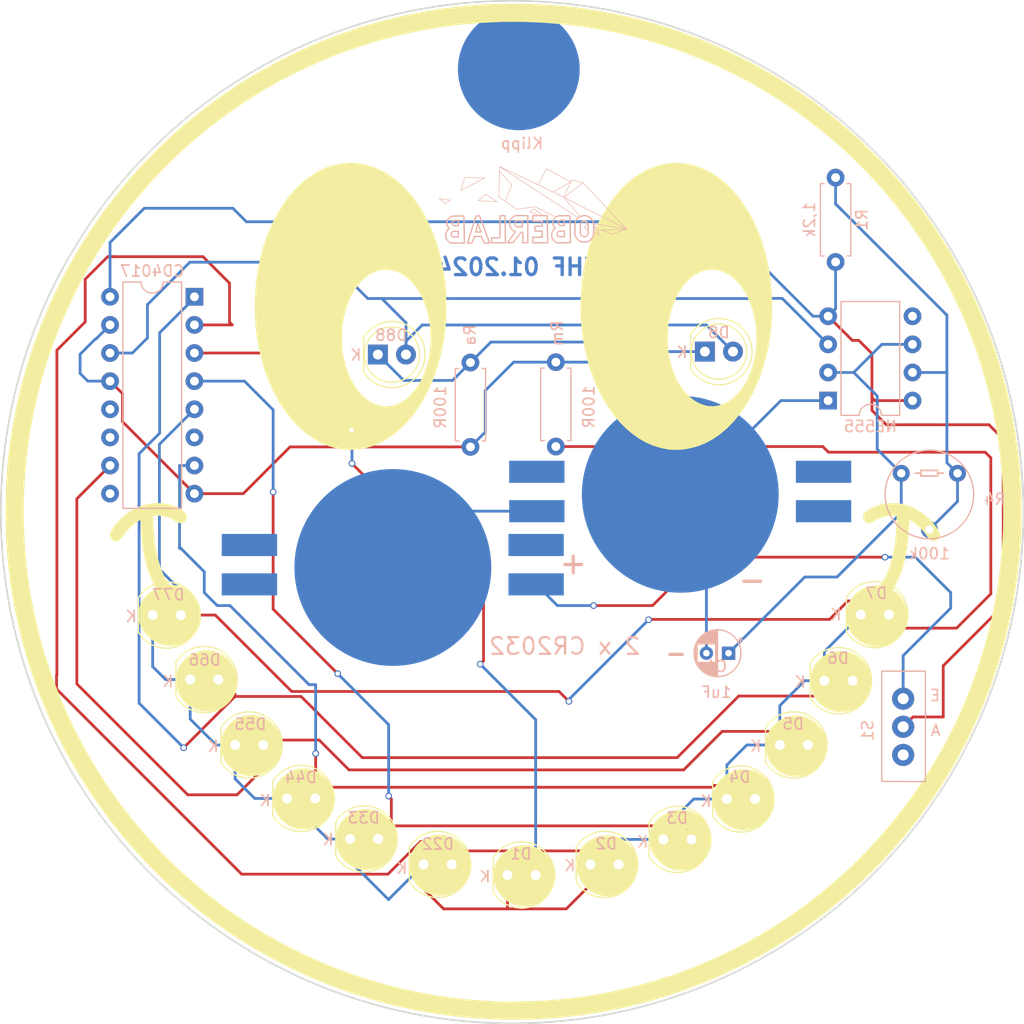
<source format=kicad_pcb>
(kicad_pcb (version 20221018) (generator pcbnew)
  (layers (0 "F.Cu" signal) (31 "B.Cu" signal) (34 "B.Paste" user) (35 "F.Paste" user) (36 "B.SilkS" user "B.Silkscreen") (37 "F.SilkS" user "F.Silkscreen") (38 "B.Mask" user) (39 "F.Mask" user) (44 "Edge.Cuts" user))
  (net 0 "")
  (net 1 "Net-(C1-Pad1)")
  (net 2 "Net-(C1-Pad2)")
  (net 3 "Net-(C2-Pad1)")
  (net 4 "Net-(C3-Pad1)")
  (net 5 "Net-(D1-Pad2)")
  (net 6 "Net-(D2-Pad2)")
  (net 7 "Net-(D2-Pad1)")
  (net 8 "Net-(D3-Pad2)")
  (net 9 "Net-(D4-Pad2)")
  (net 10 "Net-(D5-Pad2)")
  (net 11 "Net-(D6-Pad2)")
  (net 12 "Net-(D7-Pad2)")
  (net 13 "Net-(D8-Pad1)")
  (net 14 "Net-(S1-Pad1)")
  (net 15 "Net-(S1-Pad3)")
  (net 16 "Net-(U2-Pad3)")
  (net 17 "Net-(U3-Pad9)")
  (net 18 "Net-(U3-Pad11)")
  (net 19 "Net-(U3-Pad12)")
  (net 20 "Net-(U3-Pad6)")
  (net 21 "Net-(P1-Pad1)")
  (footprint "LED_THT:LED_D5.0mm" (layer "F.Cu") (at 156.8586 122.1391)
    (fp_text reference "D1" (at 1.2 -1.91) (layer "B.SilkS") (effects (justify mirror)))
    (fp_text value "LED")
    (pad "1" thru_hole rect (at 0 0) (size 1.8 1.8) (drill 0.9) (layers "*.Cu" "*.Mask") (net 7 "Net-(D2-Pad1)"))
    (pad "2" thru_hole circle (at 2.54 0) (size 1.8 1.8) (drill 0.9) (layers "*.Cu" "*.Mask") (net 5 "Net-(D1-Pad2)"))
  )
  (footprint "LED_THT:LED_D5.0mm" (layer "F.Cu") (at 164.3486 121.1891)
    (fp_text reference "D2" (at 1.42 -1.88) (layer "B.SilkS") (effects (justify mirror)))
    (fp_text value "LED")
    (pad "1" thru_hole rect (at 0 0) (size 1.8 1.8) (drill 0.9) (layers "*.Cu" "*.Mask") (net 7 "Net-(D2-Pad1)"))
    (pad "2" thru_hole circle (at 2.54 0) (size 1.8 1.8) (drill 0.9) (layers "*.Cu" "*.Mask") (net 6 "Net-(D2-Pad2)"))
  )
  (footprint "LED_THT:LED_D5.0mm" (layer "F.Cu") (at 170.9386 118.9291)
    (fp_text reference "D3" (at 1.24 -1.93) (layer "B.SilkS") (effects (justify mirror)))
    (fp_text value "LED")
    (pad "1" thru_hole rect (at 0 0) (size 1.8 1.8) (drill 0.9) (layers "*.Cu" "*.Mask") (net 7 "Net-(D2-Pad1)"))
    (pad "2" thru_hole circle (at 2.54 0) (size 1.8 1.8) (drill 0.9) (layers "*.Cu" "*.Mask") (net 8 "Net-(D3-Pad2)"))
  )
  (footprint "LED_THT:LED_D5.0mm" (layer "F.Cu") (at 176.6686 115.2791)
    (fp_text reference "D4" (at 1.15 -1.99) (layer "B.SilkS") (effects (justify mirror)))
    (fp_text value "LED")
    (pad "1" thru_hole rect (at 0 0) (size 1.8 1.8) (drill 0.9) (layers "*.Cu" "*.Mask") (net 7 "Net-(D2-Pad1)"))
    (pad "2" thru_hole circle (at 2.54 0) (size 1.8 1.8) (drill 0.9) (layers "*.Cu" "*.Mask") (net 9 "Net-(D4-Pad2)"))
  )
  (footprint "LED_THT:LED_D5.0mm" (layer "F.Cu") (at 181.4486 110.3991)
    (fp_text reference "D5" (at 1.21 -1.9) (layer "B.SilkS") (effects (justify mirror)))
    (fp_text value "LED")
    (pad "1" thru_hole rect (at 0 0) (size 1.8 1.8) (drill 0.9) (layers "*.Cu" "*.Mask") (net 7 "Net-(D2-Pad1)"))
    (pad "2" thru_hole circle (at 2.54 0) (size 1.8 1.8) (drill 0.9) (layers "*.Cu" "*.Mask") (net 10 "Net-(D5-Pad2)"))
  )
  (footprint "LED_THT:LED_D5.0mm" (layer "F.Cu") (at 185.4766 104.5921)
    (fp_text reference "D6" (at 1.232 -2.033) (layer "B.SilkS") (effects (justify mirror)))
    (fp_text value "LED")
    (pad "1" thru_hole rect (at 0 0) (size 1.8 1.8) (drill 0.9) (layers "*.Cu" "*.Mask") (net 7 "Net-(D2-Pad1)"))
    (pad "2" thru_hole circle (at 2.54 0) (size 1.8 1.8) (drill 0.9) (layers "*.Cu" "*.Mask") (net 11 "Net-(D6-Pad2)"))
  )
  (footprint "LED_THT:LED_D5.0mm" (layer "F.Cu") (at 188.7586 98.6231)
    (fp_text reference "D7" (at 1.41 -1.924) (layer "B.SilkS") (effects (justify mirror)))
    (fp_text value "LED")
    (pad "1" thru_hole rect (at 0 0) (size 1.8 1.8) (drill 0.9) (layers "*.Cu" "*.Mask") (net 7 "Net-(D2-Pad1)"))
    (pad "2" thru_hole circle (at 2.54 0) (size 1.8 1.8) (drill 0.9) (layers "*.Cu" "*.Mask") (net 12 "Net-(D7-Pad2)"))
  )
  (footprint "LED_THT:LED_D5.0mm" (layer "F.Cu") (at 174.6816 74.8741)
    (fp_text reference "D8" (at 1.257 -1.735) (layer "B.SilkS") (effects (justify mirror)))
    (fp_text value "LED")
    (pad "1" thru_hole rect (at 0 0) (size 1.8 1.8) (drill 0.9) (layers "*.Cu" "*.Mask") (net 13 "Net-(D8-Pad1)"))
    (pad "2" thru_hole circle (at 2.54 0) (size 1.8 1.8) (drill 0.9) (layers "*.Cu" "*.Mask") (net 16 "Net-(U2-Pad3)"))
  )
  (footprint "LED_THT:LED_D5.0mm" (layer "F.Cu") (at 149.2786 121.1891)
    (fp_text reference "D22" (at 1.3 -1.85) (layer "B.SilkS") (effects (justify mirror)))
    (fp_text value "LED")
    (pad "1" thru_hole rect (at 0 0) (size 1.8 1.8) (drill 0.9) (layers "*.Cu" "*.Mask") (net 7 "Net-(D2-Pad1)"))
    (pad "2" thru_hole circle (at 2.54 0) (size 1.8 1.8) (drill 0.9) (layers "*.Cu" "*.Mask") (net 6 "Net-(D2-Pad2)"))
  )
  (footprint "LED_THT:LED_D5.0mm" (layer "F.Cu") (at 142.6386 118.8891)
    (fp_text reference "D33" (at 1.23 -1.92) (layer "B.SilkS") (effects (justify mirror)))
    (fp_text value "LED")
    (pad "1" thru_hole rect (at 0 0) (size 1.8 1.8) (drill 0.9) (layers "*.Cu" "*.Mask") (net 7 "Net-(D2-Pad1)"))
    (pad "2" thru_hole circle (at 2.54 0) (size 1.8 1.8) (drill 0.9) (layers "*.Cu" "*.Mask") (net 8 "Net-(D3-Pad2)"))
  )
  (footprint "LED_THT:LED_D5.0mm" (layer "F.Cu") (at 136.9486 115.2291)
    (fp_text reference "D44" (at 1.24 -1.91) (layer "B.SilkS") (effects (justify mirror)))
    (fp_text value "LED")
    (pad "1" thru_hole rect (at 0 0) (size 1.8 1.8) (drill 0.9) (layers "*.Cu" "*.Mask") (net 7 "Net-(D2-Pad1)"))
    (pad "2" thru_hole circle (at 2.54 0) (size 1.8 1.8) (drill 0.9) (layers "*.Cu" "*.Mask") (net 9 "Net-(D4-Pad2)"))
  )
  (footprint "LED_THT:LED_D5.0mm" (layer "F.Cu") (at 132.2586 110.3991)
    (fp_text reference "D55" (at 1.37 -1.88) (layer "B.SilkS") (effects (justify mirror)))
    (fp_text value "LED")
    (pad "1" thru_hole rect (at 0 0) (size 1.8 1.8) (drill 0.9) (layers "*.Cu" "*.Mask") (net 7 "Net-(D2-Pad1)"))
    (pad "2" thru_hole circle (at 2.54 0) (size 1.8 1.8) (drill 0.9) (layers "*.Cu" "*.Mask") (net 10 "Net-(D5-Pad2)"))
  )
  (footprint "LED_THT:LED_D5.0mm" (layer "F.Cu") (at 128.1986 104.4891)
    (fp_text reference "D66" (at 1.31 -1.77) (layer "B.SilkS") (effects (justify mirror)))
    (fp_text value "LED")
    (pad "1" thru_hole rect (at 0 0) (size 1.8 1.8) (drill 0.9) (layers "*.Cu" "*.Mask") (net 7 "Net-(D2-Pad1)"))
    (pad "2" thru_hole circle (at 2.54 0) (size 1.8 1.8) (drill 0.9) (layers "*.Cu" "*.Mask") (net 11 "Net-(D6-Pad2)"))
  )
  (footprint "LED_THT:LED_D5.0mm" (layer "F.Cu") (at 124.8086 98.6691)
    (fp_text reference "D77" (at 1.43 -1.84) (layer "B.SilkS") (effects (justify mirror)))
    (fp_text value "LED")
    (pad "1" thru_hole rect (at 0 0) (size 1.8 1.8) (drill 0.9) (layers "*.Cu" "*.Mask") (net 7 "Net-(D2-Pad1)"))
    (pad "2" thru_hole circle (at 2.54 0) (size 1.8 1.8) (drill 0.9) (layers "*.Cu" "*.Mask") (net 12 "Net-(D7-Pad2)"))
  )
  (footprint "LED_THT:LED_D5.0mm" (layer "F.Cu") (at 145.1486 75.1391)
    (fp_text reference "D88" (at 1.205 -1.749) (layer "B.SilkS") (effects (justify mirror)))
    (fp_text value "LED")
    (pad "1" thru_hole rect (at 0 0) (size 1.8 1.8) (drill 0.9) (layers "*.Cu" "*.Mask") (net 13 "Net-(D8-Pad1)"))
    (pad "2" thru_hole circle (at 2.54 0) (size 1.8 1.8) (drill 0.9) (layers "*.Cu" "*.Mask") (net 16 "Net-(U2-Pad3)"))
  )
  (footprint "LOGO" (layer "F.Cu") (at 156.2086 90.3191)
    (fp_text reference "G***" hide)
    (fp_text value "LOGO" hide)
  )
  (footprint "!Goody:ob-logo_B.SilkS" (layer "F.Cu") (at 164.465 78.994)
    (fp_text reference "G***" hide)
    (fp_text value "LOGO" hide)
  )
  (footprint "Capacitor_THT:CP_Radial_D4.0mm_P2.00mm" (layer "B.Cu") (at 176.82 102.11 180)
    (fp_text reference "C1" (at 1.1 -1.19) (layer "B.SilkS") (effects (justify mirror)))
    (fp_text value "1uF" (at 1.1 -3.53) (layer "B.SilkS") (effects (justify mirror)))
    (pad "1" thru_hole rect (at 0 0 180) (size 1.2 1.2) (drill 0.6) (layers "*.Cu" "*.Mask") (net 1 "Net-(C1-Pad1)"))
    (pad "2" thru_hole circle (at 2 0 180) (size 1.2 1.2) (drill 0.6) (layers "*.Cu" "*.Mask") (net 2 "Net-(C1-Pad2)"))
  )
  (footprint "Resistor_THT:R_Axial_DIN0207_L6.3mm_D2.5mm_P7.62mm_Horizontal" (layer "B.Cu") (at 186.4868 66.7766 90)
    (fp_text reference "R1" (at 3.81 2.37 90) (layer "B.SilkS") (effects (justify mirror)))
    (fp_text value "1,2k" (at 3.81 -2.37 90) (layer "B.SilkS") (effects (justify mirror)))
    (pad "1" thru_hole circle (at 0 0 90) (size 1.6 1.6) (drill 0.8) (layers "*.Cu" "*.Mask") (net 4 "Net-(C3-Pad1)"))
    (pad "2" thru_hole oval (at 7.62 0 90) (size 1.6 1.6) (drill 0.8) (layers "*.Cu" "*.Mask") (net 21 "Net-(P1-Pad1)"))
  )
  (footprint "Resistor_THT:R_Axial_DIN0207_L6.3mm_D2.5mm_P7.62mm_Horizontal" (layer "B.Cu") (at 153.5086 75.8591 -90)
    (fp_text reference "Ra" (at -2.48 0.05 90) (layer "B.SilkS") (effects (justify mirror)))
    (fp_text value "100R" (at 4.0366 2.7215 90) (layer "B.SilkS") (effects (justify mirror)))
    (pad "1" thru_hole circle (at 0 0 270) (size 1.6 1.6) (drill 0.8) (layers "*.Cu" "*.Mask") (net 13 "Net-(D8-Pad1)"))
    (pad "2" thru_hole oval (at 7.62 0 270) (size 1.6 1.6) (drill 0.8) (layers "*.Cu" "*.Mask") (net 2 "Net-(C1-Pad2)"))
  )
  (footprint "Resistor_THT:R_Axial_DIN0207_L6.3mm_D2.5mm_P7.62mm_Horizontal" (layer "B.Cu") (at 161.2196 83.4466 90)
    (fp_text reference "Rm" (at 10.2235 0.127 90) (layer "B.SilkS") (effects (justify mirror)))
    (fp_text value "100R" (at 3.5763 2.9787 90) (layer "B.SilkS") (effects (justify mirror)))
    (pad "1" thru_hole circle (at 0 0 90) (size 1.6 1.6) (drill 0.8) (layers "*.Cu" "*.Mask") (net 7 "Net-(D2-Pad1)"))
    (pad "2" thru_hole oval (at 7.62 0 90) (size 1.6 1.6) (drill 0.8) (layers "*.Cu" "*.Mask") (net 2 "Net-(C1-Pad2)"))
  )
  (footprint "KHF_LIB:Micro_SchalterKHF" (layer "B.Cu") (at 192.5886 111.2991 90)
    (fp_text reference "S1" (at 2.2061 -3.2062 90) (layer "B.SilkS") (effects (justify mirror)))
    (fp_text value "Micro_Schalter")
    (pad "1" thru_hole circle (at 0 0 90) (size 2 2) (drill 1) (layers "*.Cu" "*.Mask") (net 14 "Net-(S1-Pad1)"))
    (pad "2" thru_hole circle (at 2.54 0 90) (size 2 2) (drill 1) (layers "*.Cu" "*.Mask") (net 4 "Net-(C3-Pad1)"))
    (pad "3" thru_hole circle (at 5.08 0 90) (size 2 2) (drill 1) (layers "*.Cu" "*.Mask") (net 15 "Net-(S1-Pad3)"))
  )
  (footprint "Package_DIP:DIP-8_W7.62mm" (layer "B.Cu") (at 185.8137 79.2988)
    (fp_text reference "NE555" (at 3.81 2.33) (layer "B.SilkS") (effects (justify mirror)))
    (fp_text value "NE555P")
    (pad "1" thru_hole rect (at 0 0) (size 1.6 1.6) (drill 0.8) (layers "*.Cu" "*.Mask") (net 2 "Net-(C1-Pad2)"))
    (pad "2" thru_hole oval (at 0 -2.54) (size 1.6 1.6) (drill 0.8) (layers "*.Cu" "*.Mask") (net 1 "Net-(C1-Pad1)"))
    (pad "3" thru_hole oval (at 0 -5.08) (size 1.6 1.6) (drill 0.8) (layers "*.Cu" "*.Mask") (net 16 "Net-(U2-Pad3)"))
    (pad "4" thru_hole oval (at 0 -7.62) (size 1.6 1.6) (drill 0.8) (layers "*.Cu" "*.Mask") (net 4 "Net-(C3-Pad1)"))
    (pad "5" thru_hole oval (at 7.62 -7.62) (size 1.6 1.6) (drill 0.8) (layers "*.Cu" "*.Mask") (net 3 "Net-(C2-Pad1)"))
    (pad "6" thru_hole oval (at 7.62 -5.08) (size 1.6 1.6) (drill 0.8) (layers "*.Cu" "*.Mask") (net 1 "Net-(C1-Pad1)"))
    (pad "7" thru_hole oval (at 7.62 -2.54) (size 1.6 1.6) (drill 0.8) (layers "*.Cu" "*.Mask") (net 21 "Net-(P1-Pad1)"))
    (pad "8" thru_hole oval (at 7.62 0) (size 1.6 1.6) (drill 0.8) (layers "*.Cu" "*.Mask") (net 4 "Net-(C3-Pad1)"))
  )
  (footprint "Package_DIP:DIP-16_W7.62mm" (layer "B.Cu") (at 128.5806 69.9211 180)
    (fp_text reference "CD4017" (at 3.81 2.33) (layer "B.SilkS") (effects (justify mirror)))
    (fp_text value "4017")
    (pad "1" thru_hole rect (at 0 0 180) (size 1.6 1.6) (drill 0.8) (layers "*.Cu" "*.Mask") (net 11 "Net-(D6-Pad2)"))
    (pad "2" thru_hole oval (at 0 -2.54 180) (size 1.6 1.6) (drill 0.8) (layers "*.Cu" "*.Mask") (net 6 "Net-(D2-Pad2)"))
    (pad "3" thru_hole oval (at 0 -5.08 180) (size 1.6 1.6) (drill 0.8) (layers "*.Cu" "*.Mask") (net 5 "Net-(D1-Pad2)"))
    (pad "4" thru_hole oval (at 0 -7.62 180) (size 1.6 1.6) (drill 0.8) (layers "*.Cu" "*.Mask") (net 8 "Net-(D3-Pad2)"))
    (pad "5" thru_hole oval (at 0 -10.16 180) (size 1.6 1.6) (drill 0.8) (layers "*.Cu" "*.Mask") (net 12 "Net-(D7-Pad2)"))
    (pad "6" thru_hole oval (at 0 -12.7 180) (size 1.6 1.6) (drill 0.8) (layers "*.Cu" "*.Mask") (net 20 "Net-(U3-Pad6)"))
    (pad "7" thru_hole oval (at 0 -15.24 180) (size 1.6 1.6) (drill 0.8) (layers "*.Cu" "*.Mask") (net 9 "Net-(D4-Pad2)"))
    (pad "8" thru_hole oval (at 0 -17.78 180) (size 1.6 1.6) (drill 0.8) (layers "*.Cu" "*.Mask") (net 2 "Net-(C1-Pad2)"))
    (pad "9" thru_hole oval (at 7.62 -17.78 180) (size 1.6 1.6) (drill 0.8) (layers "*.Cu" "*.Mask") (net 17 "Net-(U3-Pad9)"))
    (pad "10" thru_hole oval (at 7.62 -15.24 180) (size 1.6 1.6) (drill 0.8) (layers "*.Cu" "*.Mask") (net 10 "Net-(D5-Pad2)"))
    (pad "11" thru_hole oval (at 7.62 -12.7 180) (size 1.6 1.6) (drill 0.8) (layers "*.Cu" "*.Mask") (net 18 "Net-(U3-Pad11)"))
    (pad "12" thru_hole oval (at 7.62 -10.16 180) (size 1.6 1.6) (drill 0.8) (layers "*.Cu" "*.Mask") (net 19 "Net-(U3-Pad12)"))
    (pad "13" thru_hole oval (at 7.62 -7.62 180) (size 1.6 1.6) (drill 0.8) (layers "*.Cu" "*.Mask") (net 2 "Net-(C1-Pad2)"))
    (pad "14" thru_hole oval (at 7.62 -5.08 180) (size 1.6 1.6) (drill 0.8) (layers "*.Cu" "*.Mask") (net 16 "Net-(U2-Pad3)"))
    (pad "15" thru_hole oval (at 7.62 -2.54 180) (size 1.6 1.6) (drill 0.8) (layers "*.Cu" "*.Mask") (net 2 "Net-(C1-Pad2)"))
    (pad "16" thru_hole oval (at 7.62 0 180) (size 1.6 1.6) (drill 0.8) (layers "*.Cu" "*.Mask") (net 4 "Net-(C3-Pad1)"))
  )
  (footprint "!Goody:Lötklipp" (layer "B.Cu") (at 157.8786 49.3791)
    (fp_text reference "LP")
    (fp_text value "Klipp" (at 0.2872 6.6914) (layer "B.SilkS") (effects (justify mirror)))
    (pad "1" smd circle (at 0 0) (size 11 11) (layers "B.Cu" "B.Paste" "B.Mask"))
  )
  (footprint "!Goody:Mini-Poti" (layer "B.Cu") (at 194.9577 83.3247 180)
    (fp_text reference "REF**")
    (fp_text value "Mini-Poti")
    (pad "1" thru_hole circle (at -2.54 -2.54 180) (size 1.524 1.524) (drill 0.762) (layers "*.Cu" "*.Mask") (net 21 "Net-(P1-Pad1)"))
    (pad "2" thru_hole circle (at 2.54 -2.54 180) (size 1.524 1.524) (drill 0.762) (layers "*.Cu" "*.Mask") (net 1 "Net-(C1-Pad1)"))
    (pad "3" thru_hole circle (at 0 -7.62 180) (size 1.524 1.524) (drill 0.762) (layers "*.Cu" "*.Mask") (net 21 "Net-(P1-Pad1)"))
  )
  (footprint "!Goody:BAT-HLD-SMD-Blech" (layer "B.Cu") (at 146.5 94.37)
    (fp_text reference "BAT-HLD-002")
    (fp_text value "VAL**")
    (pad "1" smd rect (at -12.954 -2.032) (size 5 2) (layers "B.Cu" "B.Paste" "B.Mask"))
    (pad "1" smd rect (at -12.954 1.524) (size 5 2) (layers "B.Cu" "B.Paste" "B.Mask"))
    (pad "1" smd rect (at 12.94 -2.032) (size 5 2) (layers "B.Cu" "B.Paste" "B.Mask"))
    (pad "1" smd rect (at 12.94 1.524) (size 5 2) (layers "B.Cu" "B.Paste" "B.Mask") (net 15 "Net-(S1-Pad3)"))
    (pad "2" smd circle (at 0 0) (size 17.78 17.78) (layers "B.Cu" "B.Paste" "B.Mask") (net 1 "Net-(C1-Pad1)"))
  )
  (footprint "!Goody:BAT-HLD-SMD-Blech" (layer "B.Cu") (at 172.46 87.76)
    (fp_text reference "BAT-HLD-002")
    (fp_text value "VAL**")
    (pad "1" smd rect (at -12.954 -2.032) (size 5 2) (layers "B.Cu" "B.Paste" "B.Mask"))
    (pad "1" smd rect (at -12.954 1.524) (size 5 2) (layers "B.Cu" "B.Paste" "B.Mask") (net 1 "Net-(C1-Pad1)"))
    (pad "1" smd rect (at 12.94 -2.032) (size 5 2) (layers "B.Cu" "B.Paste" "B.Mask"))
    (pad "1" smd rect (at 12.94 1.524) (size 5 2) (layers "B.Cu" "B.Paste" "B.Mask"))
    (pad "2" smd circle (at 0 0) (size 17.78 17.78) (layers "B.Cu" "B.Paste" "B.Mask") (net 2 "Net-(C1-Pad2)"))
  )
  (gr_line (start 194.183 86.106) (end 194.183 85.598) (stroke (width 0.15)) (layer "B.SilkS"))
  (gr_line (start 195.707 85.598) (end 195.707 86.106) (stroke (width 0.15)) (layer "B.SilkS"))
  (gr_line (start 194.183 85.598) (end 195.707 85.598) (stroke (width 0.15)) (layer "B.SilkS"))
  (gr_line (start 195.707 85.852) (end 196.215 85.852) (stroke (width 0.15)) (layer "B.SilkS"))
  (gr_line (start 195.707 86.106) (end 194.183 86.106) (stroke (width 0.15)) (layer "B.SilkS"))
  (gr_line (start 194.183 85.852) (end 193.675 85.852) (stroke (width 0.15)) (layer "B.SilkS"))
  (gr_circle (center 157.272267 89.3691) (end 117.902267 65.2391) (stroke (width 0.15)) (fill none) (layer "Edge.Cuts"))
  (gr_text "KHF 01.2024" (at 165.42 68.116) (layer "B.Cu") (effects (font (size 1.5 1.5) (thickness 0.3) bold) (justify left bottom mirror)))
  (gr_text "K" (at 172.6186 74.9291) (layer "B.SilkS") (effects (font (size 1 1)) (justify mirror)))
  (gr_text "-\n" (at 178.95 95.46) (layer "B.SilkS") (effects (font (size 2 2) (thickness 0.3)) (justify mirror)))
  (gr_text "E" (at 195.4657 105.9307) (layer "B.SilkS") (effects (font (size 1 1)) (justify mirror)))
  (gr_text "K" (at 134.9586 115.4291) (layer "B.SilkS") (effects (font (size 1 1)) (justify mirror)))
  (gr_text "K" (at 140.6586 118.9491) (layer "B.SilkS") (effects (font (size 1 1)) (justify mirror)))
  (gr_text "K" (at 162.4786 121.2891) (layer "B.SilkS") (effects (font (size 1 1)) (justify mirror)))
  (gr_text "+" (at 162.79 93.95) (layer "B.SilkS") (effects (font (size 2 2) (thickness 0.3)) (justify mirror)))
  (gr_text "K" (at 126.1786 104.6691) (layer "B.SilkS") (effects (font (size 1 1)) (justify mirror)))
  (gr_text "2 x CR2032" (at 162.02 101.48) (layer "B.SilkS") (effects (font (size 1.5 1.5) (thickness 0.2)) (justify mirror)))
  (gr_text "K" (at 183.2886 104.7091) (layer "B.SilkS") (effects (font (size 1 1)) (justify mirror)))
  (gr_text "K" (at 122.8686 98.7891) (layer "B.SilkS") (effects (font (size 1 1)) (justify mirror)))
  (gr_text "R4" (at 200.8759 88.2015) (layer "B.SilkS") (effects (font (size 1 1)) (justify mirror)))
  (gr_text "K" (at 154.8186 122.2891) (layer "B.SilkS") (effects (font (size 1 1)) (justify mirror)))
  (gr_text "K" (at 147.3086 121.5391) (layer "B.SilkS") (effects (font (size 1 1)) (justify mirror)))
  (gr_text "K" (at 143.1544 75.1791) (layer "B.SilkS") (effects (font (size 1 1)) (justify mirror)))
  (gr_text "K" (at 169.0586 119.1491) (layer "B.SilkS") (effects (font (size 1 1)) (justify mirror)))
  (gr_text "K" (at 174.7786 115.4691) (layer "B.SilkS") (effects (font (size 1 1)) (justify mirror)))
  (gr_text "K" (at 186.5186 98.6191) (layer "B.SilkS") (effects (font (size 1 1)) (justify mirror)))
  (gr_text "A" (at 195.5292 109.0803) (layer "B.SilkS") (effects (font (size 1 1))))
  (gr_text "K" (at 130.2686 110.5191) (layer "B.SilkS") (effects (font (size 1 1)) (justify mirror)))
  (gr_text "100k" (at 194.9577 93.1164) (layer "B.SilkS") (effects (font (size 1 1)) (justify mirror)))
  (gr_text "K" (at 179.2686 110.4991) (layer "B.SilkS") (effects (font (size 1 1)) (justify mirror)))
  (gr_text "-" (at 172.085 102.108) (layer "B.SilkS") (effects (font (size 1.5 1.5) (thickness 0.3)) (justify mirror)))
  (segment (start 190.246 83.693) (end 190.246 78.8797) (width 0.25) (layer "B.Cu") (net 1))
  (segment (start 192.4177 85.8647) (end 190.246 83.693) (width 0.25) (layer "B.Cu") (net 1))
  (segment (start 185.8137 76.7588) (end 187.0964 76.7588) (width 0.25) (layer "B.Cu") (net 1))
  (segment (start 146.5 93.81) (end 151.026 89.284) (width 0.25) (layer "B.Cu") (net 1))
  (segment (start 190.246 78.8797) (end 188.1251 76.7588) (width 0.25) (layer "B.Cu") (net 1))
  (segment (start 188.1251 76.7588) (end 190.6651 74.2188) (width 0.25) (layer "B.Cu") (net 1))
  (segment (start 151.026 89.284) (end 159.506 89.284) (width 0.25) (layer "B.Cu") (net 1))
  (segment (start 190.6651 74.2188) (end 193.4337 74.2188) (width 0.25) (layer "B.Cu") (net 1))
  (segment (start 187.0964 76.7588) (end 188.1251 76.7588) (width 0.25) (layer "B.Cu") (net 1))
  (segment (start 183.7 95.23) (end 176.82 102.11) (width 0.25) (layer "B.Cu") (net 1))
  (segment (start 192.4177 89.4323) (end 186.62 95.23) (width 0.25) (layer "B.Cu") (net 1))
  (segment (start 146.5 94.37) (end 146.5 93.81) (width 0.25) (layer "B.Cu") (net 1))
  (segment (start 186.62 95.23) (end 183.7 95.23) (width 0.25) (layer "B.Cu") (net 1))
  (segment (start 192.4177 85.8647) (end 192.4177 89.4323) (width 0.25) (layer "B.Cu") (net 1))
  (segment (start 153.5086 83.4791) (end 137.2109 83.4791) (width 0.25) (layer "F.Cu") (net 2))
  (segment (start 122.085601 81.206101) (end 128.5806 87.7011) (width 0.25) (layer "F.Cu") (net 2))
  (segment (start 137.2109 83.4791) (end 132.9889 87.7011) (width 0.25) (layer "F.Cu") (net 2))
  (segment (start 132.9889 87.7011) (end 128.5806 87.7011) (width 0.25) (layer "F.Cu") (net 2))
  (segment (start 122.085601 78.666101) (end 122.085601 81.206101) (width 0.25) (layer "F.Cu") (net 2))
  (segment (start 120.9606 77.5411) (end 122.085601 78.666101) (width 0.25) (layer "F.Cu") (net 2))
  (segment (start 172.46 87.76) (end 173.08 87.76) (width 0.25) (layer "B.Cu") (net 2))
  (segment (start 118.2586 75.1091) (end 118.2586 76.8491) (width 0.25) (layer "B.Cu") (net 2))
  (segment (start 157.4096 75.8266) (end 161.2196 75.8266) (width 0.25) (layer "B.Cu") (net 2))
  (segment (start 154.8486 82.1391) (end 153.5086 83.4791) (width 0.25) (layer "B.Cu") (net 2))
  (segment (start 170.0566 85.3566) (end 172.46 87.76) (width 0.25) (layer "B.Cu") (net 2))
  (segment (start 118.2586 76.8491) (end 118.9506 77.5411) (width 0.25) (layer "B.Cu") (net 2))
  (segment (start 154.8486 78.3876) (end 154.8486 82.1391) (width 0.25) (layer "B.Cu") (net 2))
  (segment (start 119.6386 73.7291) (end 118.2586 75.1091) (width 0.25) (layer "B.Cu") (net 2))
  (segment (start 174.82 102.11) (end 174.82 90.12) (width 0.25) (layer "B.Cu") (net 2))
  (segment (start 157.4096 75.8266) (end 154.8486 78.3876) (width 0.25) (layer "B.Cu") (net 2))
  (segment (start 118.9506 77.5411) (end 120.9606 77.5411) (width 0.25) (layer "B.Cu") (net 2))
  (segment (start 170.0566 75.8266) (end 170.0566 85.3566) (width 0.25) (layer "B.Cu") (net 2))
  (segment (start 174.82 90.12) (end 172.46 87.76) (width 0.25) (layer "B.Cu") (net 2))
  (segment (start 173.08 87.76) (end 181.5412 79.2988) (width 0.25) (layer "B.Cu") (net 2))
  (segment (start 181.5412 79.2988) (end 185.8137 79.2988) (width 0.25) (layer "B.Cu") (net 2))
  (segment (start 161.2196 75.8266) (end 170.0566 75.8266) (width 0.25) (layer "B.Cu") (net 2))
  (segment (start 120.9606 72.4611) (end 119.6926 73.7291) (width 0.25) (layer "B.Cu") (net 2))
  (segment (start 119.6926 73.7291) (end 119.6386 73.7291) (width 0.25) (layer "B.Cu") (net 2))
  (segment (start 196.2086 103.2491) (end 196.2086 107.8691) (width 0.25) (layer "F.Cu") (net 4))
  (segment (start 189.7686 75.0491) (end 189.7686 79.0269) (width 0.25) (layer "F.Cu") (net 4))
  (segment (start 193.4786 107.8691) (end 192.5886 108.7591) (width 0.25) (layer "F.Cu") (net 4))
  (segment (start 189.7686 79.0269) (end 189.7686 80.1791) (width 0.25) (layer "F.Cu") (net 4))
  (segment (start 190.0405 79.2988) (end 189.7686 79.0269) (width 0.25) (layer "F.Cu") (net 4))
  (segment (start 185.8137 71.6788) (end 187.993 73.8581) (width 0.25) (layer "F.Cu") (net 4))
  (segment (start 189.7686 80.1791) (end 191.0676 81.4781) (width 0.25) (layer "F.Cu") (net 4))
  (segment (start 188.5776 73.8581) (end 189.7686 75.0491) (width 0.25) (layer "F.Cu") (net 4))
  (segment (start 187.993 73.8581) (end 188.5776 73.8581) (width 0.25) (layer "F.Cu") (net 4))
  (segment (start 196.2086 107.8691) (end 193.4786 107.8691) (width 0.25) (layer "F.Cu") (net 4))
  (segment (start 191.0676 81.4781) (end 200.3376 81.4781) (width 0.25) (layer "F.Cu") (net 4))
  (segment (start 201.6286 97.8291) (end 196.2086 103.2491) (width 0.25) (layer "F.Cu") (net 4))
  (segment (start 200.3376 81.4781) (end 201.6286 82.7691) (width 0.25) (layer "F.Cu") (net 4))
  (segment (start 193.4337 79.2988) (end 190.0405 79.2988) (width 0.25) (layer "F.Cu") (net 4))
  (segment (start 201.6286 82.7691) (end 201.6286 97.8291) (width 0.25) (layer "F.Cu") (net 4))
  (segment (start 120.9606 65.0171) (end 120.9606 69.9211) (width 0.25) (layer "B.Cu") (net 4))
  (segment (start 185.8137 71.6788) (end 184.4483 71.6788) (width 0.25) (layer "B.Cu") (net 4))
  (segment (start 184.4483 71.6788) (end 181.74645 68.97695) (width 0.25) (layer "B.Cu") (net 4))
  (segment (start 132.0458 61.9291) (end 124.0486 61.9291) (width 0.25) (layer "B.Cu") (net 4))
  (segment (start 132.0547 61.9291) (end 133.27 63.1444) (width 0.25) (layer "B.Cu") (net 4))
  (segment (start 186.4868 66.7766) (end 186.4868 71.0057) (width 0.25) (layer "B.Cu") (net 4))
  (segment (start 186.4868 71.0057) (end 185.8137 71.6788) (width 0.25) (layer "B.Cu") (net 4))
  (segment (start 132.0458 61.9291) (end 132.0547 61.9291) (width 0.25) (layer "B.Cu") (net 4))
  (segment (start 181.74645 68.97695) (end 176.09495 63.32545) (width 0.25) (layer "B.Cu") (net 4))
  (segment (start 175.9139 63.1444) (end 176.09495 63.32545) (width 0.25) (layer "B.Cu") (net 4))
  (segment (start 133.27 63.1444) (end 175.9139 63.1444) (width 0.25) (layer "B.Cu") (net 4))
  (segment (start 181.9286 69.1591) (end 181.74645 68.97695) (width 0.25) (layer "B.Cu") (net 4))
  (segment (start 124.0486 61.9291) (end 120.9606 65.0171) (width 0.25) (layer "B.Cu") (net 4))
  (segment (start 139.2306 75.0011) (end 128.5806 75.0011) (width 0.25) (layer "F.Cu") (net 5))
  (segment (start 154.39 103.1) (end 154.689999 102.800001) (width 0.25) (layer "F.Cu") (net 5))
  (segment (start 142.79475 78.56525) (end 139.2306 75.0011) (width 0.25) (layer "F.Cu") (net 5))
  (segment (start 142.79475 80.74475) (end 142.79475 80.54475) (width 0.25) (layer "F.Cu") (net 5))
  (segment (start 154.689999 102.800001) (end 154.689999 96.859999) (width 0.25) (layer "F.Cu") (net 5))
  (segment (start 154.689999 96.859999) (end 142.81 84.98) (width 0.25) (layer "F.Cu") (net 5))
  (segment (start 142.79475 80.54475) (end 142.79475 78.56525) (width 0.25) (layer "F.Cu") (net 5))
  (segment (start 142.79 80.5495) (end 142.79475 80.54475) (width 0.25) (layer "F.Cu") (net 5))
  (segment (start 142.79 81.97) (end 142.79 80.5495) (width 0.25) (layer "F.Cu") (net 5))
  (via (at 154.39 103.1) (size 0.6) (drill 0.4) (layers "F.Cu" "B.Cu") (net 5))
  (via (at 142.81 84.98) (size 0.6) (drill 0.4) (layers "F.Cu" "B.Cu") (net 5))
  (via (at 142.79 81.97) (size 0.6) (drill 0.4) (layers "F.Cu" "B.Cu") (net 5))
  (segment (start 159.3986 122.1391) (end 159.3986 111.7286) (width 0.25) (layer "B.Cu") (net 5))
  (segment (start 142.81 81.99) (end 142.79 81.97) (width 0.25) (layer "B.Cu") (net 5))
  (segment (start 142.81 84.98) (end 142.81 81.99) (width 0.25) (layer "B.Cu") (net 5))
  (segment (start 159.3986 111.7286) (end 159.3986 108.1086) (width 0.25) (layer "B.Cu") (net 5))
  (segment (start 159.3986 108.1086) (end 154.39 103.1) (width 0.25) (layer "B.Cu") (net 5))
  (segment (start 159.3986 111.7286) (end 159.3986 111.4886) (width 0.25) (layer "B.Cu") (net 5))
  (segment (start 153.043601 119.964099) (end 151.8186 121.1891) (width 0.25) (layer "F.Cu") (net 6))
  (segment (start 166.8886 121.1891) (end 165.663599 119.964099) (width 0.25) (layer "F.Cu") (net 6))
  (segment (start 146.0586 122.0691) (end 149.0086 119.1191) (width 0.25) (layer "F.Cu") (net 6))
  (segment (start 131.9966 72.4611) (end 131.7486 72.2131) (width 0.25) (layer "F.Cu") (net 6))
  (segment (start 149.0086 119.1191) (end 149.7486 119.1191) (width 0.25) (layer "F.Cu") (net 6))
  (segment (start 132.8486 122.0691) (end 132.8786 122.0691) (width 0.25) (layer "F.Cu") (net 6))
  (segment (start 116.1586 104.0891) (end 116.1286 104.1191) (width 0.25) (layer "F.Cu") (net 6))
  (segment (start 118.7186 68.3291) (end 118.7186 72.1891) (width 0.25) (layer "F.Cu") (net 6))
  (segment (start 121.2886 66.2991) (end 121.0186 66.2991) (width 0.25) (layer "F.Cu") (net 6))
  (segment (start 165.663599 119.964099) (end 153.043601 119.964099) (width 0.25) (layer "F.Cu") (net 6))
  (segment (start 132.8786 122.0691) (end 146.0586 122.0691) (width 0.25) (layer "F.Cu") (net 6))
  (segment (start 131.7486 68.6891) (end 129.3586 66.2991) (width 0.25) (layer "F.Cu") (net 6))
  (segment (start 131.7486 72.2131) (end 131.7486 68.6891) (width 0.25) (layer "F.Cu") (net 6))
  (segment (start 149.7486 119.1191) (end 151.8186 121.1891) (width 0.25) (layer "F.Cu") (net 6))
  (segment (start 129.3586 66.2991) (end 121.2886 66.2991) (width 0.25) (layer "F.Cu") (net 6))
  (segment (start 121.2886 66.2991) (end 120.7486 66.2991) (width 0.25) (layer "F.Cu") (net 6))
  (segment (start 116.1286 105.3491) (end 132.8486 122.0691) (width 0.25) (layer "F.Cu") (net 6))
  (segment (start 128.5806 72.4611) (end 131.9966 72.4611) (width 0.25) (layer "F.Cu") (net 6))
  (segment (start 120.7486 66.2991) (end 118.7186 68.3291) (width 0.25) (layer "F.Cu") (net 6))
  (segment (start 116.1286 104.1191) (end 116.1286 105.3491) (width 0.25) (layer "F.Cu") (net 6))
  (segment (start 116.1586 74.7491) (end 116.1586 104.0891) (width 0.25) (layer "F.Cu") (net 6))
  (segment (start 118.7186 72.1891) (end 116.1586 74.7491) (width 0.25) (layer "F.Cu") (net 6))
  (segment (start 200.505601 84.466101) (end 200.505601 96.752099) (width 0.25) (layer "F.Cu") (net 7))
  (segment (start 185.843602 83.9591) (end 199.9986 83.9591) (width 0.25) (layer "F.Cu") (net 7))
  (segment (start 156.8586 122.1391) (end 156.8586 125.0864) (width 0.25) (layer "F.Cu") (net 7))
  (segment (start 199.9986 83.9591) (end 200.505601 84.466101) (width 0.25) (layer "F.Cu") (net 7))
  (segment (start 156.7459 125.1991) (end 162.1686 125.1991) (width 0.25) (layer "F.Cu") (net 7))
  (segment (start 161.2196 83.4466) (end 185.331102 83.4466) (width 0.25) (layer "F.Cu") (net 7))
  (segment (start 151.0786 125.1991) (end 156.7459 125.1991) (width 0.25) (layer "F.Cu") (net 7))
  (segment (start 149.2786 123.3991) (end 151.0786 125.1991) (width 0.25) (layer "F.Cu") (net 7))
  (segment (start 164.3486 123.0191) (end 164.3486 121.1891) (width 0.25) (layer "F.Cu") (net 7))
  (segment (start 189.983601 99.848101) (end 188.7586 98.6231) (width 0.25) (layer "F.Cu") (net 7))
  (segment (start 197.409599 99.848101) (end 189.983601 99.848101) (width 0.25) (layer "F.Cu") (net 7))
  (segment (start 185.331102 83.4466) (end 185.843602 83.9591) (width 0.25) (layer "F.Cu") (net 7))
  (segment (start 200.505601 96.752099) (end 197.409599 99.848101) (width 0.25) (layer "F.Cu") (net 7))
  (segment (start 149.2786 121.1891) (end 149.2786 123.3991) (width 0.25) (layer "F.Cu") (net 7))
  (segment (start 156.8586 125.0864) (end 156.7459 125.1991) (width 0.25) (layer "F.Cu") (net 7))
  (segment (start 162.1686 125.1991) (end 164.3486 123.0191) (width 0.25) (layer "F.Cu") (net 7))
  (segment (start 176.6686 115.2791) (end 173.6686 115.2791) (width 0.25) (layer "B.Cu") (net 7))
  (segment (start 181.4486 110.3991) (end 178.4686 110.3991) (width 0.25) (layer "B.Cu") (net 7))
  (segment (start 128.1986 104.4891) (end 125.9786 104.4891) (width 0.25) (layer "B.Cu") (net 7))
  (segment (start 167.1986 118.8891) (end 166.6486 118.8891) (width 0.25) (layer "B.Cu") (net 7))
  (segment (start 146.1086 124.3591) (end 149.2786 121.1891) (width 0.25) (layer "B.Cu") (net 7))
  (segment (start 128.1986 108.0591) (end 128.1986 104.4891) (width 0.25) (layer "B.Cu") (net 7))
  (segment (start 170.9386 118.0091) (end 170.9386 118.9291) (width 0.25) (layer "B.Cu") (net 7))
  (segment (start 124.8086 103.3191) (end 124.8086 98.6691) (width 0.25) (layer "B.Cu") (net 7))
  (segment (start 188.7586 98.6231) (end 188.7586 98.6791) (width 0.25) (layer "B.Cu") (net 7))
  (segment (start 183.7056 104.5921) (end 181.4486 106.8491) (width 0.25) (layer "B.Cu") (net 7))
  (segment (start 136.9486 115.2291) (end 134.0286 115.2291) (width 0.25) (layer "B.Cu") (net 7))
  (segment (start 132.2586 113.4591) (end 132.2586 110.3991) (width 0.25) (layer "B.Cu") (net 7))
  (segment (start 142.6386 120.8891) (end 146.1086 124.3591) (width 0.25) (layer "B.Cu") (net 7))
  (segment (start 185.4766 101.9611) (end 185.4766 104.5921) (width 0.25) (layer "B.Cu") (net 7))
  (segment (start 125.9786 104.4891) (end 124.8086 103.3191) (width 0.25) (layer "B.Cu") (net 7))
  (segment (start 178.4686 110.3991) (end 176.6686 112.1991) (width 0.25) (layer "B.Cu") (net 7))
  (segment (start 167.2386 118.9291) (end 167.1986 118.8891) (width 0.25) (layer "B.Cu") (net 7))
  (segment (start 142.6386 118.8891) (end 140.6086 118.8891) (width 0.25) (layer "B.Cu") (net 7))
  (segment (start 140.6086 118.8891) (end 136.9486 115.2291) (width 0.25) (layer "B.Cu") (net 7))
  (segment (start 134.0286 115.2291) (end 132.2586 113.4591) (width 0.25) (layer "B.Cu") (net 7))
  (segment (start 185.4766 104.5921) (end 183.7056 104.5921) (width 0.25) (layer "B.Cu") (net 7))
  (segment (start 181.4486 106.8491) (end 181.4486 110.3991) (width 0.25) (layer "B.Cu") (net 7))
  (segment (start 166.6486 118.8891) (end 164.3486 121.1891) (width 0.25) (layer "B.Cu") (net 7))
  (segment (start 130.5386 110.3991) (end 128.1986 108.0591) (width 0.25) (layer "B.Cu") (net 7))
  (segment (start 170.9386 118.9291) (end 167.2386 118.9291) (width 0.25) (layer "B.Cu") (net 7))
  (segment (start 176.6686 112.1991) (end 176.6686 115.2791) (width 0.25) (layer "B.Cu") (net 7))
  (segment (start 188.7586 98.6791) (end 185.4766 101.9611) (width 0.25) (layer "B.Cu") (net 7))
  (segment (start 132.2586 110.3991) (end 130.5386 110.3991) (width 0.25) (layer "B.Cu") (net 7))
  (segment (start 142.6386 118.8891) (end 142.6386 120.8891) (width 0.25) (layer "B.Cu") (net 7))
  (segment (start 173.6686 115.2791) (end 170.9386 118.0091) (width 0.25) (layer "B.Cu") (net 7))
  (segment (start 141.52 103.96) (end 135.69 98.13) (width 0.25) (layer "F.Cu") (net 8))
  (segment (start 146.363601 115.273601) (end 146.12 115.03) (width 0.25) (layer "F.Cu") (net 8))
  (segment (start 172.253599 117.704099) (end 146.363601 117.704099) (width 0.25) (layer "F.Cu") (net 8))
  (segment (start 135.69 98.13) (end 135.69 87.55) (width 0.25) (layer "F.Cu") (net 8))
  (segment (start 173.4786 118.9291) (end 172.253599 117.704099) (width 0.25) (layer "F.Cu") (net 8))
  (segment (start 146.363601 117.704099) (end 146.363601 115.273601) (width 0.25) (layer "F.Cu") (net 8))
  (segment (start 146.12 115.03) (end 146.12 115.01) (width 0.25) (layer "F.Cu") (net 8))
  (segment (start 146.363601 117.704099) (end 145.1786 118.8891) (width 0.25) (layer "F.Cu") (net 8))
  (via (at 135.69 87.55) (size 0.6) (drill 0.4) (layers "F.Cu" "B.Cu") (net 8))
  (via (at 146.12 115.01) (size 0.6) (drill 0.4) (layers "F.Cu" "B.Cu") (net 8))
  (via (at 141.52 103.96) (size 0.6) (drill 0.4) (layers "F.Cu" "B.Cu") (net 8))
  (segment (start 146.12 115.01) (end 146.12 108.56) (width 0.25) (layer "B.Cu") (net 8))
  (segment (start 135.69 80.1322) (end 133.0989 77.5411) (width 0.25) (layer "B.Cu") (net 8))
  (segment (start 135.69 87.55) (end 135.69 80.1322) (width 0.25) (layer "B.Cu") (net 8))
  (segment (start 133.0989 77.5411) (end 128.5806 77.5411) (width 0.25) (layer "B.Cu") (net 8))
  (segment (start 146.12 108.56) (end 141.52 103.96) (width 0.25) (layer "B.Cu") (net 8))
  (segment (start 177.983599 114.054099) (end 175.508599 114.054099) (width 0.25) (layer "F.Cu") (net 9))
  (segment (start 139.4886 115.2291) (end 140.497 114.2207) (width 0.25) (layer "F.Cu") (net 9))
  (segment (start 175.341998 114.2207) (end 140.497 114.2207) (width 0.25) (layer "F.Cu") (net 9))
  (segment (start 175.508599 114.054099) (end 175.341998 114.2207) (width 0.25) (layer "F.Cu") (net 9))
  (segment (start 179.2086 115.2791) (end 177.983599 114.054099) (width 0.25) (layer "F.Cu") (net 9))
  (segment (start 139.53 111.17) (end 139.53 113.2537) (width 0.25) (layer "F.Cu") (net 9))
  (segment (start 139.53 113.2537) (end 140.497 114.2207) (width 0.25) (layer "F.Cu") (net 9))
  (via (at 139.53 111.17) (size 0.6) (drill 0.4) (layers "F.Cu" "B.Cu") (net 9))
  (segment (start 129.47 96.64) (end 129.47 94.7568) (width 0.25) (layer "B.Cu") (net 9))
  (segment (start 130.64 97.81) (end 129.47 96.64) (width 0.25) (layer "B.Cu") (net 9))
  (segment (start 131.79 97.81) (end 130.64 97.81) (width 0.25) (layer "B.Cu") (net 9))
  (segment (start 128.5806 85.1611) (end 127.2366 85.1611) (width 0.25) (layer "B.Cu") (net 9))
  (segment (start 127.2366 92.5234) (end 127.2366 92.6566) (width 0.25) (layer "B.Cu") (net 9))
  (segment (start 139.53 104.95) (end 139.53 111.17) (width 0.25) (layer "B.Cu") (net 9))
  (segment (start 139.53 104.95) (end 138.93 104.95) (width 0.25) (layer "B.Cu") (net 9))
  (segment (start 129.47 94.7568) (end 127.2366 92.5234) (width 0.25) (layer "B.Cu") (net 9))
  (segment (start 127.2366 85.1611) (end 127.2366 92.5234) (width 0.25) (layer "B.Cu") (net 9))
  (segment (start 138.93 104.95) (end 131.79 97.81) (width 0.25) (layer "B.Cu") (net 9))
  (segment (start 134.7986 112.5291) (end 134.7986 110.3991) (width 0.25) (layer "F.Cu") (net 10))
  (segment (start 135.2411 109.9566) (end 134.7986 110.3991) (width 0.25) (layer "F.Cu") (net 10))
  (segment (start 127.9786 114.8991) (end 132.4286 114.8991) (width 0.25) (layer "F.Cu") (net 10))
  (segment (start 117.9586 104.8791) (end 127.9786 114.8991) (width 0.25) (layer "F.Cu") (net 10))
  (segment (start 142.5448 112.649) (end 139.8524 109.9566) (width 0.25) (layer "F.Cu") (net 10))
  (segment (start 120.9606 85.1611) (end 117.9586 88.1631) (width 0.25) (layer "F.Cu") (net 10))
  (segment (start 172.767898 112.649) (end 142.5448 112.649) (width 0.25) (layer "F.Cu") (net 10))
  (segment (start 132.4286 114.8991) (end 134.7986 112.5291) (width 0.25) (layer "F.Cu") (net 10))
  (segment (start 176.242799 109.174099) (end 172.767898 112.649) (width 0.25) (layer "F.Cu") (net 10))
  (segment (start 139.8524 109.9566) (end 135.2411 109.9566) (width 0.25) (layer "F.Cu") (net 10))
  (segment (start 183.9886 110.3991) (end 182.763599 109.174099) (width 0.25) (layer "F.Cu") (net 10))
  (segment (start 182.763599 109.174099) (end 176.242799 109.174099) (width 0.25) (layer "F.Cu") (net 10))
  (segment (start 117.9586 88.1631) (end 117.9586 104.8791) (width 0.25) (layer "F.Cu") (net 10))
  (segment (start 188.0166 104.5921) (end 186.8872 105.7215) (width 0.25) (layer "F.Cu") (net 11))
  (segment (start 138.2141 106.0196) (end 132.2691 106.0196) (width 0.25) (layer "F.Cu") (net 11))
  (segment (start 132.250599 105.817101) (end 132.066601 105.817101) (width 0.25) (layer "F.Cu") (net 11))
  (segment (start 186.8872 105.7215) (end 186.6272 105.9815) (width 0.25) (layer "F.Cu") (net 11))
  (segment (start 132.2691 106.0196) (end 132.066601 105.817101) (width 0.25) (layer "F.Cu") (net 11))
  (segment (start 172.1739 111.5441) (end 143.7386 111.5441) (width 0.25) (layer "F.Cu") (net 11))
  (segment (start 177.7365 105.9815) (end 172.1739 111.5441) (width 0.25) (layer "F.Cu") (net 11))
  (segment (start 186.8872 105.7215) (end 186.791599 105.817101) (width 0.25) (layer "F.Cu") (net 11))
  (segment (start 132.066601 105.817101) (end 130.7386 104.4891) (width 0.25) (layer "F.Cu") (net 11))
  (segment (start 143.7386 111.5441) (end 138.2141 106.0196) (width 0.25) (layer "F.Cu") (net 11))
  (segment (start 127.6086 110.6491) (end 132.250599 106.007101) (width 0.25) (layer "F.Cu") (net 11))
  (segment (start 186.6272 105.9815) (end 177.7365 105.9815) (width 0.25) (layer "F.Cu") (net 11))
  (segment (start 132.250599 106.007101) (end 132.250599 105.817101) (width 0.25) (layer "F.Cu") (net 11))
  (via (at 127.6086 110.6491) (size 0.6) (drill 0.4) (layers "F.Cu" "B.Cu") (net 11))
  (segment (start 123.583599 106.624099) (end 127.6086 110.6491) (width 0.25) (layer "B.Cu") (net 11))
  (segment (start 128.1266 70.48751) (end 125.4386 73.17551) (width 0.25) (layer "B.Cu") (net 11))
  (segment (start 125.4386 82.2391) (end 123.583599 84.094101) (width 0.25) (layer "B.Cu") (net 11))
  (segment (start 125.4386 73.17551) (end 125.4386 82.2391) (width 0.25) (layer "B.Cu") (net 11))
  (segment (start 128.5806 69.9211) (end 128.1266 69.9211) (width 0.25) (layer "B.Cu") (net 11))
  (segment (start 123.583599 84.094101) (end 123.583599 106.624099) (width 0.25) (layer "B.Cu") (net 11))
  (segment (start 128.1266 69.9211) (end 128.1266 70.48751) (width 0.25) (layer "B.Cu") (net 11))
  (segment (start 190.59705 97.92155) (end 191.2986 98.6231) (width 0.25) (layer "F.Cu") (net 12))
  (segment (start 187.598599 97.398099) (end 185.936698 99.06) (width 0.25) (layer "F.Cu") (net 12))
  (segment (start 161.509591 105.569591) (end 137.369591 105.569591) (width 0.25) (layer "F.Cu") (net 12))
  (segment (start 190.442052 97.92155) (end 190.59705 97.92155) (width 0.25) (layer "F.Cu") (net 12))
  (segment (start 130.4691 98.6691) (end 127.3486 98.6691) (width 0.25) (layer "F.Cu") (net 12))
  (segment (start 185.936698 99.06) (end 169.63 99.06) (width 0.25) (layer "F.Cu") (net 12))
  (segment (start 162.4 106.46) (end 161.509591 105.569591) (width 0.25) (layer "F.Cu") (net 12))
  (segment (start 190.073599 97.398099) (end 190.59705 97.92155) (width 0.25) (layer "F.Cu") (net 12))
  (segment (start 190.073599 97.398099) (end 187.598599 97.398099) (width 0.25) (layer "F.Cu") (net 12))
  (segment (start 137.369591 105.569591) (end 130.4691 98.6691) (width 0.25) (layer "F.Cu") (net 12))
  (segment (start 169.63 99.06) (end 169.6 99.09) (width 0.25) (layer "F.Cu") (net 12))
  (via (at 169.6 99.09) (size 0.6) (drill 0.4) (layers "F.Cu" "B.Cu") (net 12))
  (via (at 162.4 106.46) (size 0.6) (drill 0.4) (layers "F.Cu" "B.Cu") (net 12))
  (segment (start 128.5806 80.0811) (end 125.4186 83.2431) (width 0.25) (layer "B.Cu") (net 12))
  (segment (start 125.4186 83.2431) (end 125.4186 94.5291) (width 0.25) (layer "B.Cu") (net 12))
  (segment (start 169.6 99.09) (end 162.4 106.29) (width 0.25) (layer "B.Cu") (net 12))
  (segment (start 125.4186 94.5291) (end 127.3486 96.4591) (width 0.25) (layer "B.Cu") (net 12))
  (segment (start 162.4 106.29) (end 162.4 106.46) (width 0.25) (layer "B.Cu") (net 12))
  (segment (start 127.3486 96.4591) (end 127.3486 98.6691) (width 0.25) (layer "B.Cu") (net 12))
  (segment (start 174.6816 74.8741) (end 169.0136 74.8741) (width 0.25) (layer "B.Cu") (net 13))
  (segment (start 169.0136 74.8741) (end 168.1486 74.0091) (width 0.25) (layer "B.Cu") (net 13))
  (segment (start 148.4286 77.4791) (end 147.4886 77.4791) (width 0.25) (layer "B.Cu") (net 13))
  (segment (start 168.1486 74.0091) (end 155.3586 74.0091) (width 0.25) (layer "B.Cu") (net 13))
  (segment (start 147.4886 77.4791) (end 145.1486 75.1391) (width 0.25) (layer "B.Cu") (net 13))
  (segment (start 153.5086 75.8591) (end 151.8886 77.4791) (width 0.25) (layer "B.Cu") (net 13))
  (segment (start 151.8886 77.4791) (end 148.4286 77.4791) (width 0.25) (layer "B.Cu") (net 13))
  (segment (start 148.4286 77.4791) (end 148.0386 77.4791) (width 0.25) (layer "B.Cu") (net 13))
  (segment (start 155.3586 74.0091) (end 153.5086 75.8591) (width 0.25) (layer "B.Cu") (net 13))
  (segment (start 169.954998 97.81) (end 164.63 97.81) (width 0.25) (layer "F.Cu") (net 15))
  (segment (start 174.324998 93.44) (end 169.954998 97.81) (width 0.25) (layer "F.Cu") (net 15))
  (segment (start 183.72 93.44) (end 174.324998 93.44) (width 0.25) (layer "F.Cu") (net 15))
  (segment (start 190.95 93.44) (end 183.72 93.44) (width 0.25) (layer "F.Cu") (net 15))
  (via (at 164.63 97.81) (size 0.6) (drill 0.4) (layers "F.Cu" "B.Cu") (net 15))
  (via (at 190.95 93.44) (size 0.6) (drill 0.4) (layers "F.Cu" "B.Cu") (net 15))
  (segment (start 192.5886 106.2191) (end 192.5886 102.3314) (width 0.25) (layer "B.Cu") (net 15))
  (segment (start 196.88 96.63) (end 193.69 93.44) (width 0.25) (layer "B.Cu") (net 15))
  (segment (start 193.69 93.44) (end 190.95 93.44) (width 0.25) (layer "B.Cu") (net 15))
  (segment (start 164.63 97.81) (end 161.356 97.81) (width 0.25) (layer "B.Cu") (net 15))
  (segment (start 161.356 97.81) (end 159.44 95.894) (width 0.25) (layer "B.Cu") (net 15))
  (segment (start 196.88 98.04) (end 196.88 96.63) (width 0.25) (layer "B.Cu") (net 15))
  (segment (start 192.5886 102.3314) (end 196.88 98.04) (width 0.25) (layer "B.Cu") (net 15))
  (segment (start 181.6608 70.0659) (end 178.6001 70.0659) (width 0.25) (layer "B.Cu") (net 16))
  (segment (start 174.8166 72.4691) (end 151.4286 72.4691) (width 0.25) (layer "B.Cu") (net 16))
  (segment (start 147.6886 75.1391) (end 147.6886 72.2643) (width 0.25) (layer "B.Cu") (net 16))
  (segment (start 144.2386 70.0791) (end 140.9586 66.7991) (width 0.25) (layer "B.Cu") (net 16))
  (segment (start 178.6001 70.0659) (end 178.5869 70.0791) (width 0.25) (layer "B.Cu") (net 16))
  (segment (start 149.1586 72.4691) (end 147.6886 73.9391) (width 0.25) (layer "B.Cu") (net 16))
  (segment (start 128.1686 66.7991) (end 124.3386 70.6291) (width 0.25) (layer "B.Cu") (net 16))
  (segment (start 185.8137 74.2188) (end 181.6608 70.0659) (width 0.25) (layer "B.Cu") (net 16))
  (segment (start 145.5034 70.0791) (end 144.2386 70.0791) (width 0.25) (layer "B.Cu") (net 16))
  (segment (start 147.6886 72.2643) (end 145.5034 70.0791) (width 0.25) (layer "B.Cu") (net 16))
  (segment (start 179.4886 70.0791) (end 178.5869 70.0791) (width 0.25) (layer "B.Cu") (net 16))
  (segment (start 178.5869 70.0791) (end 145.5034 70.0791) (width 0.25) (layer "B.Cu") (net 16))
  (segment (start 124.3386 70.6291) (end 124.3386 73.6391) (width 0.25) (layer "B.Cu") (net 16))
  (segment (start 124.3386 73.6391) (end 122.9766 75.0011) (width 0.25) (layer "B.Cu") (net 16))
  (segment (start 151.4286 72.4691) (end 149.1586 72.4691) (width 0.25) (layer "B.Cu") (net 16))
  (segment (start 177.2216 74.8741) (end 174.8166 72.4691) (width 0.25) (layer "B.Cu") (net 16))
  (segment (start 180.0466 70.0791) (end 179.4886 70.0791) (width 0.25) (layer "B.Cu") (net 16))
  (segment (start 140.9586 66.7991) (end 128.1686 66.7991) (width 0.25) (layer "B.Cu") (net 16))
  (segment (start 122.9766 75.0011) (end 120.9606 75.0011) (width 0.25) (layer "B.Cu") (net 16))
  (segment (start 151.4286 72.4691) (end 150.6786 72.4691) (width 0.25) (layer "B.Cu") (net 16))
  (segment (start 147.6886 73.9391) (end 147.6886 75.1391) (width 0.25) (layer "B.Cu") (net 16))
  (segment (start 196.5376 78.9381) (end 196.5376 76.8401) (width 0.25) (layer "B.Cu") (net 21))
  (segment (start 197.4977 85.8647) (end 197.4977 88.4047) (width 0.25) (layer "B.Cu") (net 21))
  (segment (start 196.3856 71.4321) (end 196.5086 71.5551) (width 0.25) (layer "B.Cu") (net 21))
  (segment (start 196.5376 78.9381) (end 196.5376 84.9046) (width 0.25) (layer "B.Cu") (net 21))
  (segment (start 196.4563 76.7588) (end 196.5376 76.8401) (width 0.25) (layer "B.Cu") (net 21))
  (segment (start 193.4337 76.7588) (end 196.4563 76.7588) (width 0.25) (layer "B.Cu") (net 21))
  (segment (start 197.4977 88.4047) (end 194.9577 90.9447) (width 0.25) (layer "B.Cu") (net 21))
  (segment (start 187.03835 62.08485) (end 196.3856 71.4321) (width 0.25) (layer "B.Cu") (net 21))
  (segment (start 196.5376 84.9046) (end 197.4977 85.8647) (width 0.25) (layer "B.Cu") (net 21))
  (segment (start 186.4868 59.1566) (end 186.4868 61.5333) (width 0.25) (layer "B.Cu") (net 21))
  (segment (start 196.5376 76.8401) (end 196.5376 71.5841) (width 0.25) (layer "B.Cu") (net 21))
  (segment (start 186.4868 61.5333) (end 187.03835 62.08485) (width 0.25) (layer "B.Cu") (net 21))
  (segment (start 196.5376 71.5841) (end 196.3856 71.4321) (width 0.25) (layer "B.Cu") (net 21))
  (segment (start 186.4926 61.5391) (end 187.03835 62.08485) (width 0.25) (layer "B.Cu") (net 21))
)
</source>
